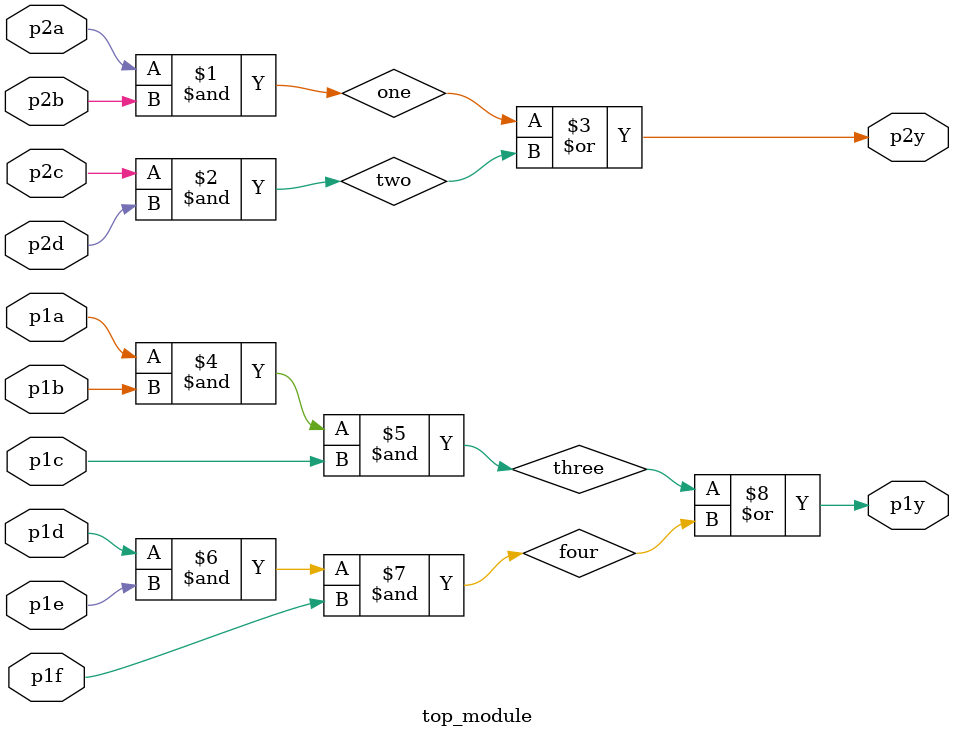
<source format=v>
module top_module ( 
    input p1a, p1b, p1c, p1d, p1e, p1f,
    output p1y,
    input p2a, p2b, p2c, p2d,
    output p2y );

    wire one;
    wire two;
    wire three;
    wire four;
    
    assign one = p2a & p2b;
    assign two = p2c & p2d;
    assign p2y = one | two;
    
    assign three = p1a & p1b & p1c;
    assign four = p1d & p1e & p1f;
    assign p1y = three | four;

endmodule
</source>
